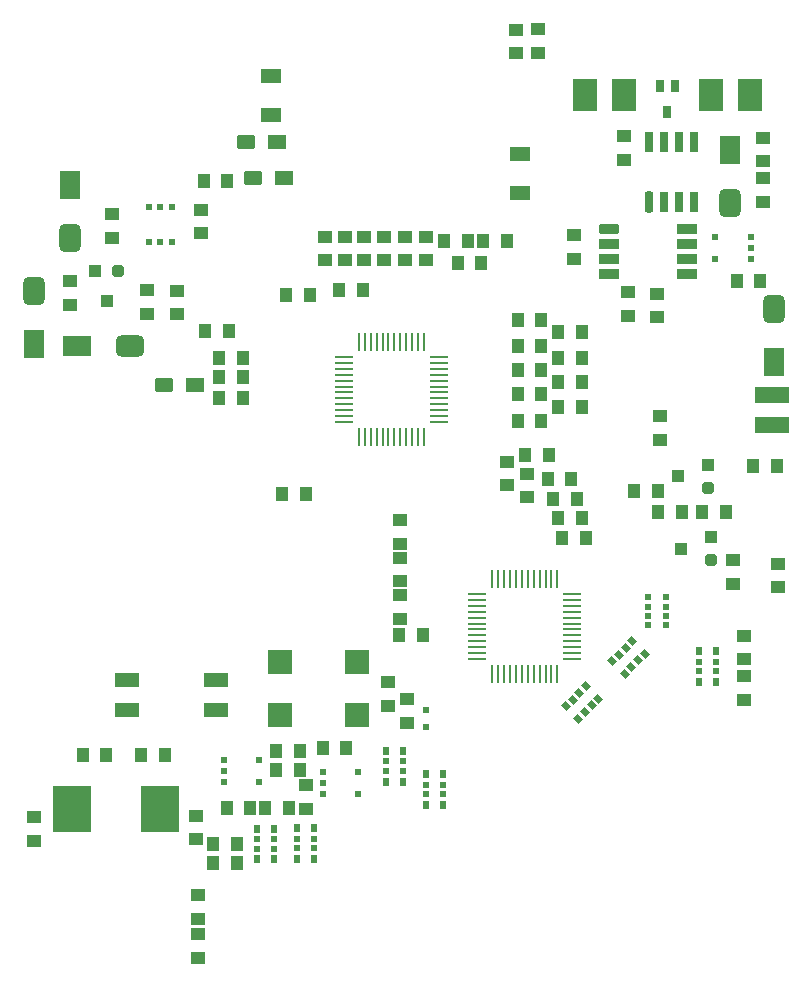
<source format=gtp>
G04*
G04 #@! TF.GenerationSoftware,Altium Limited,Altium Designer,19.1.5 (86)*
G04*
G04 Layer_Color=8421504*
%FSLAX44Y44*%
%MOMM*%
G71*
G01*
G75*
%ADD20R,1.8000X2.4000*%
G04:AMPARAMS|DCode=21|XSize=1.8mm|YSize=2.4mm|CornerRadius=0.45mm|HoleSize=0mm|Usage=FLASHONLY|Rotation=0.000|XOffset=0mm|YOffset=0mm|HoleType=Round|Shape=RoundedRectangle|*
%AMROUNDEDRECTD21*
21,1,1.8000,1.5000,0,0,0.0*
21,1,0.9000,2.4000,0,0,0.0*
1,1,0.9000,0.4500,-0.7500*
1,1,0.9000,-0.4500,-0.7500*
1,1,0.9000,-0.4500,0.7500*
1,1,0.9000,0.4500,0.7500*
%
%ADD21ROUNDEDRECTD21*%
%ADD22R,2.4000X1.8000*%
G04:AMPARAMS|DCode=23|XSize=1.8mm|YSize=2.4mm|CornerRadius=0.45mm|HoleSize=0mm|Usage=FLASHONLY|Rotation=90.000|XOffset=0mm|YOffset=0mm|HoleType=Round|Shape=RoundedRectangle|*
%AMROUNDEDRECTD23*
21,1,1.8000,1.5000,0,0,90.0*
21,1,0.9000,2.4000,0,0,90.0*
1,1,0.9000,0.7500,0.4500*
1,1,0.9000,0.7500,-0.4500*
1,1,0.9000,-0.7500,-0.4500*
1,1,0.9000,-0.7500,0.4500*
%
%ADD23ROUNDEDRECTD23*%
%ADD24R,0.6000X0.5500*%
%ADD25R,0.6000X0.6500*%
%ADD26R,1.3000X1.0000*%
G04:AMPARAMS|DCode=27|XSize=0.6mm|YSize=0.55mm|CornerRadius=0mm|HoleSize=0mm|Usage=FLASHONLY|Rotation=135.000|XOffset=0mm|YOffset=0mm|HoleType=Round|Shape=Rectangle|*
%AMROTATEDRECTD27*
4,1,4,0.4066,-0.0177,0.0177,-0.4066,-0.4066,0.0177,-0.0177,0.4066,0.4066,-0.0177,0.0*
%
%ADD27ROTATEDRECTD27*%

%ADD28R,2.0000X1.2000*%
%ADD29R,1.0000X1.3000*%
%ADD30R,1.6000X1.2000*%
G04:AMPARAMS|DCode=31|XSize=1.6mm|YSize=1.2mm|CornerRadius=0.3mm|HoleSize=0mm|Usage=FLASHONLY|Rotation=0.000|XOffset=0mm|YOffset=0mm|HoleType=Round|Shape=RoundedRectangle|*
%AMROUNDEDRECTD31*
21,1,1.6000,0.6000,0,0,0.0*
21,1,1.0000,1.2000,0,0,0.0*
1,1,0.6000,0.5000,-0.3000*
1,1,0.6000,-0.5000,-0.3000*
1,1,0.6000,-0.5000,0.3000*
1,1,0.6000,0.5000,0.3000*
%
%ADD31ROUNDEDRECTD31*%
%ADD32R,0.6000X0.6000*%
G04:AMPARAMS|DCode=33|XSize=1mm|YSize=1mm|CornerRadius=0.25mm|HoleSize=0mm|Usage=FLASHONLY|Rotation=270.000|XOffset=0mm|YOffset=0mm|HoleType=Round|Shape=RoundedRectangle|*
%AMROUNDEDRECTD33*
21,1,1.0000,0.5000,0,0,270.0*
21,1,0.5000,1.0000,0,0,270.0*
1,1,0.5000,-0.2500,-0.2500*
1,1,0.5000,-0.2500,0.2500*
1,1,0.5000,0.2500,0.2500*
1,1,0.5000,0.2500,-0.2500*
%
%ADD33ROUNDEDRECTD33*%
%ADD34R,1.0000X1.0000*%
%ADD35R,1.8000X1.3000*%
%ADD36R,2.0000X2.7000*%
%ADD37R,0.8000X1.0000*%
%ADD38R,0.6000X0.6000*%
%ADD39R,3.0000X1.4000*%
%ADD40R,2.0000X2.0000*%
%ADD41R,3.2000X4.0000*%
%ADD42O,0.2500X1.5500*%
%ADD43O,1.5500X0.2500*%
%ADD44R,0.5000X0.5000*%
G04:AMPARAMS|DCode=45|XSize=1mm|YSize=1mm|CornerRadius=0.25mm|HoleSize=0mm|Usage=FLASHONLY|Rotation=180.000|XOffset=0mm|YOffset=0mm|HoleType=Round|Shape=RoundedRectangle|*
%AMROUNDEDRECTD45*
21,1,1.0000,0.5000,0,0,180.0*
21,1,0.5000,1.0000,0,0,180.0*
1,1,0.5000,-0.2500,0.2500*
1,1,0.5000,0.2500,0.2500*
1,1,0.5000,0.2500,-0.2500*
1,1,0.5000,-0.2500,-0.2500*
%
%ADD45ROUNDEDRECTD45*%
%ADD46R,1.0000X1.0000*%
%ADD47R,1.7000X0.9000*%
G04:AMPARAMS|DCode=48|XSize=0.9mm|YSize=1.7mm|CornerRadius=0.225mm|HoleSize=0mm|Usage=FLASHONLY|Rotation=270.000|XOffset=0mm|YOffset=0mm|HoleType=Round|Shape=RoundedRectangle|*
%AMROUNDEDRECTD48*
21,1,0.9000,1.2500,0,0,270.0*
21,1,0.4500,1.7000,0,0,270.0*
1,1,0.4500,-0.6250,-0.2250*
1,1,0.4500,-0.6250,0.2250*
1,1,0.4500,0.6250,0.2250*
1,1,0.4500,0.6250,-0.2250*
%
%ADD48ROUNDEDRECTD48*%
G04:AMPARAMS|DCode=49|XSize=0.73mm|YSize=1.78mm|CornerRadius=0.1825mm|HoleSize=0mm|Usage=FLASHONLY|Rotation=0.000|XOffset=0mm|YOffset=0mm|HoleType=Round|Shape=RoundedRectangle|*
%AMROUNDEDRECTD49*
21,1,0.7300,1.4150,0,0,0.0*
21,1,0.3650,1.7800,0,0,0.0*
1,1,0.3650,0.1825,-0.7075*
1,1,0.3650,-0.1825,-0.7075*
1,1,0.3650,-0.1825,0.7075*
1,1,0.3650,0.1825,0.7075*
%
%ADD49ROUNDEDRECTD49*%
%ADD50R,0.7300X1.7800*%
D20*
X2227579Y1774741D02*
D03*
X1668779Y1745531D02*
D03*
X1638301Y1610359D02*
D03*
X2264410Y1595120D02*
D03*
D21*
X2227580Y1729740D02*
D03*
X1668780Y1700530D02*
D03*
X1638300Y1655360D02*
D03*
X2264409Y1640121D02*
D03*
D22*
X1674579Y1609089D02*
D03*
D23*
X1719580Y1609090D02*
D03*
D24*
X2200910Y1333610D02*
D03*
X2215660Y1341610D02*
D03*
Y1333610D02*
D03*
X2200910Y1341610D02*
D03*
X2158220Y1396490D02*
D03*
Y1388490D02*
D03*
X2172970Y1380490D02*
D03*
Y1372490D02*
D03*
Y1388490D02*
D03*
Y1396490D02*
D03*
X2158220Y1372490D02*
D03*
Y1380490D02*
D03*
X1950720Y1257300D02*
D03*
X1935970Y1249300D02*
D03*
Y1257300D02*
D03*
X1950720Y1249300D02*
D03*
X1875284Y1183651D02*
D03*
X1860534Y1191651D02*
D03*
Y1183651D02*
D03*
X1875284Y1191651D02*
D03*
X1841484Y1183541D02*
D03*
X1826734Y1191541D02*
D03*
Y1183541D02*
D03*
X1841484Y1191541D02*
D03*
X1984520Y1229360D02*
D03*
X1969770Y1237360D02*
D03*
Y1229360D02*
D03*
X1984520Y1237360D02*
D03*
D25*
X2200910Y1324610D02*
D03*
X2215660Y1350610D02*
D03*
Y1324610D02*
D03*
X2200910Y1350610D02*
D03*
X1950720Y1266300D02*
D03*
X1935970Y1240300D02*
D03*
Y1266300D02*
D03*
X1950720Y1240300D02*
D03*
X1875284Y1174651D02*
D03*
X1860534Y1200651D02*
D03*
Y1174651D02*
D03*
X1875284Y1200651D02*
D03*
X1841484Y1174541D02*
D03*
X1826734Y1200541D02*
D03*
Y1174541D02*
D03*
X1841484Y1200541D02*
D03*
X1984520Y1220360D02*
D03*
X1969770Y1246360D02*
D03*
Y1220360D02*
D03*
X1984520Y1246360D02*
D03*
D26*
X2239010Y1343660D02*
D03*
Y1363660D02*
D03*
Y1329690D02*
D03*
Y1309690D02*
D03*
X1776730Y1124270D02*
D03*
Y1144270D02*
D03*
Y1111250D02*
D03*
Y1091250D02*
D03*
X2045970Y1876740D02*
D03*
Y1856740D02*
D03*
X1668780Y1643700D02*
D03*
Y1663700D02*
D03*
X1733870Y1656080D02*
D03*
Y1636080D02*
D03*
X1704340Y1700530D02*
D03*
Y1720530D02*
D03*
X1758950Y1635760D02*
D03*
Y1655760D02*
D03*
X1779270Y1724340D02*
D03*
Y1704340D02*
D03*
X2064500Y1877060D02*
D03*
Y1857060D02*
D03*
X1884680Y1681480D02*
D03*
Y1701480D02*
D03*
X1901190D02*
D03*
Y1681480D02*
D03*
X1917700Y1701480D02*
D03*
Y1681480D02*
D03*
X1934210D02*
D03*
Y1701480D02*
D03*
X1951990Y1681480D02*
D03*
Y1701480D02*
D03*
X1969770Y1701710D02*
D03*
Y1681710D02*
D03*
X2255520Y1751010D02*
D03*
Y1731010D02*
D03*
Y1765300D02*
D03*
Y1785300D02*
D03*
X1954050Y1309850D02*
D03*
Y1289850D02*
D03*
X2167890Y1549400D02*
D03*
Y1529400D02*
D03*
X1948180Y1461450D02*
D03*
Y1441450D02*
D03*
X2055610Y1480820D02*
D03*
Y1500820D02*
D03*
X2038350Y1490980D02*
D03*
Y1510980D02*
D03*
X1774710Y1191260D02*
D03*
Y1211260D02*
D03*
X1638300Y1190310D02*
D03*
Y1210310D02*
D03*
X1948180Y1429700D02*
D03*
Y1409700D02*
D03*
Y1378270D02*
D03*
Y1398270D02*
D03*
X1938020Y1304290D02*
D03*
Y1324290D02*
D03*
X2230120Y1407480D02*
D03*
Y1427480D02*
D03*
X2095500Y1703070D02*
D03*
Y1683070D02*
D03*
X1868170Y1216980D02*
D03*
Y1236980D02*
D03*
X2268220Y1424620D02*
D03*
Y1404620D02*
D03*
X2165350Y1653220D02*
D03*
Y1633220D02*
D03*
X2141220Y1654810D02*
D03*
Y1634810D02*
D03*
X2137410Y1786890D02*
D03*
Y1766890D02*
D03*
D27*
X2133330Y1347740D02*
D03*
X2127673Y1342083D02*
D03*
X2155074Y1348624D02*
D03*
X2149417Y1342967D02*
D03*
X2138103Y1331653D02*
D03*
X2143760Y1337310D02*
D03*
X2138987Y1353397D02*
D03*
X2144644Y1359054D02*
D03*
X2094048Y1309698D02*
D03*
X2088392Y1304041D02*
D03*
X2115792Y1310582D02*
D03*
X2110135Y1304925D02*
D03*
X2098822Y1293611D02*
D03*
X2104478Y1299268D02*
D03*
X2099705Y1315355D02*
D03*
X2105362Y1321012D02*
D03*
D28*
X1717040Y1325880D02*
D03*
Y1300480D02*
D03*
X1792040Y1325880D02*
D03*
Y1300480D02*
D03*
D29*
X2266630Y1507490D02*
D03*
X2246630D02*
D03*
X1851660Y1652270D02*
D03*
X1871660D02*
D03*
X1801480Y1748790D02*
D03*
X1781480D02*
D03*
X1985010Y1697990D02*
D03*
X2005010D02*
D03*
X2232980Y1663700D02*
D03*
X2252980D02*
D03*
X2097720Y1479550D02*
D03*
X2077720D02*
D03*
X2101530Y1463040D02*
D03*
X2081530D02*
D03*
X2105340Y1446530D02*
D03*
X2085340D02*
D03*
X2092960Y1496060D02*
D03*
X2072960D02*
D03*
X2038030Y1697990D02*
D03*
X2018030D02*
D03*
X1996760Y1679460D02*
D03*
X2016760D02*
D03*
X2053910Y1516380D02*
D03*
X2073910D02*
D03*
X1847850Y1483360D02*
D03*
X1867850D02*
D03*
X1803080Y1621790D02*
D03*
X1783080D02*
D03*
X1966910Y1363980D02*
D03*
X1946910D02*
D03*
X2203770Y1468120D02*
D03*
X2223770D02*
D03*
X2166620D02*
D03*
X2186620D02*
D03*
X2146300Y1485900D02*
D03*
X2166300D02*
D03*
X1679260Y1262380D02*
D03*
X1699260D02*
D03*
X1728470D02*
D03*
X1748470D02*
D03*
X1801180Y1217930D02*
D03*
X1821180D02*
D03*
X1902460Y1268730D02*
D03*
X1882460D02*
D03*
X1862770Y1266420D02*
D03*
X1842770D02*
D03*
X1843090Y1249680D02*
D03*
X1863090D02*
D03*
X1853880Y1217930D02*
D03*
X1833880D02*
D03*
X1789706Y1187324D02*
D03*
X1809706D02*
D03*
X1789706Y1171041D02*
D03*
X1809706D02*
D03*
X1896430Y1656080D02*
D03*
X1916430D02*
D03*
X1814830Y1598930D02*
D03*
X1794830D02*
D03*
X1814830Y1582420D02*
D03*
X1794830D02*
D03*
Y1565450D02*
D03*
X1814830D02*
D03*
X2047560Y1630680D02*
D03*
X2067560D02*
D03*
X2047560Y1609090D02*
D03*
X2067560D02*
D03*
X2081530Y1620520D02*
D03*
X2101530D02*
D03*
X2047560Y1568450D02*
D03*
X2067560D02*
D03*
X2081530Y1598930D02*
D03*
X2101530D02*
D03*
X2047560Y1588770D02*
D03*
X2067560D02*
D03*
X2081530Y1578610D02*
D03*
X2101530D02*
D03*
X2081850Y1557020D02*
D03*
X2101850D02*
D03*
X2047560Y1545590D02*
D03*
X2067560D02*
D03*
D30*
X1849720Y1751330D02*
D03*
X1843370Y1781810D02*
D03*
X1774190Y1576070D02*
D03*
D31*
X1823720Y1751330D02*
D03*
X1817370Y1781810D02*
D03*
X1748190Y1576070D02*
D03*
D32*
X1744980Y1696720D02*
D03*
X1735480Y1726720D02*
D03*
X1754480D02*
D03*
X1744980D02*
D03*
X1754480Y1696720D02*
D03*
X1735480D02*
D03*
D33*
X1709420Y1672590D02*
D03*
D34*
X1689420D02*
D03*
X1699420Y1647090D02*
D03*
D35*
X1838960Y1804670D02*
D03*
Y1837920D02*
D03*
X2049780Y1738400D02*
D03*
Y1771650D02*
D03*
D36*
X2211070Y1821180D02*
D03*
X2244070D02*
D03*
X2137410D02*
D03*
X2104410D02*
D03*
D37*
X2167890Y1829140D02*
D03*
X2180590D02*
D03*
X2174240Y1807210D02*
D03*
D38*
X2214880Y1701750D02*
D03*
Y1682750D02*
D03*
X2244880Y1692250D02*
D03*
Y1682750D02*
D03*
Y1701750D02*
D03*
X1912620Y1229600D02*
D03*
Y1248600D02*
D03*
X1882620Y1239100D02*
D03*
Y1248600D02*
D03*
Y1229600D02*
D03*
X1828800Y1239520D02*
D03*
Y1258520D02*
D03*
X1798800Y1249020D02*
D03*
Y1258520D02*
D03*
Y1239520D02*
D03*
D39*
X2263140Y1541930D02*
D03*
Y1567180D02*
D03*
D40*
X1846350Y1341670D02*
D03*
X1911350D02*
D03*
X1846350Y1296670D02*
D03*
X1911350D02*
D03*
D41*
X1744980Y1216660D02*
D03*
X1669979Y1216659D02*
D03*
D42*
X2026090Y1331350D02*
D03*
X2031090D02*
D03*
X2036090D02*
D03*
X2041090D02*
D03*
X2046090D02*
D03*
X2051090D02*
D03*
X2056090D02*
D03*
X2061090D02*
D03*
X2066090D02*
D03*
X2071090D02*
D03*
X2076090D02*
D03*
X2081090D02*
D03*
Y1411850D02*
D03*
X2076090D02*
D03*
X2071090D02*
D03*
X2066090D02*
D03*
X2061090D02*
D03*
X2056090D02*
D03*
X2051090D02*
D03*
X2046090D02*
D03*
X2041090D02*
D03*
X2036090D02*
D03*
X2031090D02*
D03*
X2026090D02*
D03*
X1968060Y1612510D02*
D03*
X1963060D02*
D03*
X1958060D02*
D03*
X1953060D02*
D03*
X1948060D02*
D03*
X1943060D02*
D03*
X1938060D02*
D03*
X1933060D02*
D03*
X1928060D02*
D03*
X1923060D02*
D03*
X1918060D02*
D03*
X1913060D02*
D03*
Y1532010D02*
D03*
X1918060D02*
D03*
X1923060D02*
D03*
X1928060D02*
D03*
X1933060D02*
D03*
X1938060D02*
D03*
X1943060D02*
D03*
X1948060D02*
D03*
X1953060D02*
D03*
X1958060D02*
D03*
X1963060D02*
D03*
X1968060D02*
D03*
D43*
X2093840Y1344100D02*
D03*
Y1349100D02*
D03*
Y1354100D02*
D03*
Y1359100D02*
D03*
Y1364100D02*
D03*
Y1369100D02*
D03*
Y1374100D02*
D03*
Y1379100D02*
D03*
Y1384100D02*
D03*
Y1389100D02*
D03*
Y1394100D02*
D03*
Y1399100D02*
D03*
X2013340D02*
D03*
Y1394100D02*
D03*
Y1389100D02*
D03*
Y1384100D02*
D03*
Y1379100D02*
D03*
Y1374100D02*
D03*
Y1369100D02*
D03*
Y1364100D02*
D03*
Y1359100D02*
D03*
Y1354100D02*
D03*
Y1349100D02*
D03*
Y1344100D02*
D03*
X1900310Y1599760D02*
D03*
Y1594760D02*
D03*
Y1589760D02*
D03*
Y1584760D02*
D03*
Y1579760D02*
D03*
Y1574760D02*
D03*
Y1569760D02*
D03*
Y1564760D02*
D03*
Y1559760D02*
D03*
Y1554760D02*
D03*
Y1549760D02*
D03*
Y1544760D02*
D03*
X1980810D02*
D03*
Y1549760D02*
D03*
Y1554760D02*
D03*
Y1559760D02*
D03*
Y1564760D02*
D03*
Y1569760D02*
D03*
Y1574760D02*
D03*
Y1579760D02*
D03*
Y1584760D02*
D03*
Y1589760D02*
D03*
Y1594760D02*
D03*
Y1599760D02*
D03*
D44*
X1969770Y1286510D02*
D03*
Y1300510D02*
D03*
D45*
X2208630Y1488600D02*
D03*
X2211070Y1427480D02*
D03*
D46*
X2208630Y1508600D02*
D03*
X2183130Y1498600D02*
D03*
X2211070Y1447480D02*
D03*
X2185570Y1437480D02*
D03*
D47*
X2190750Y1708150D02*
D03*
Y1682750D02*
D03*
X2124710D02*
D03*
X2190750Y1695450D02*
D03*
X2124710D02*
D03*
Y1670050D02*
D03*
X2190750D02*
D03*
D48*
X2124710Y1708150D02*
D03*
D49*
X2159000Y1731010D02*
D03*
D50*
X2171700D02*
D03*
X2197100D02*
D03*
X2184400D02*
D03*
Y1781810D02*
D03*
X2197100D02*
D03*
X2171700D02*
D03*
X2159000D02*
D03*
M02*

</source>
